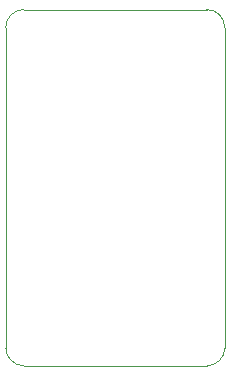
<source format=gbr>
%TF.GenerationSoftware,KiCad,Pcbnew,8.0.8*%
%TF.CreationDate,2025-03-27T14:33:37-07:00*%
%TF.ProjectId,pepper_stepper,70657070-6572-45f7-9374-65707065722e,rev?*%
%TF.SameCoordinates,Original*%
%TF.FileFunction,Profile,NP*%
%FSLAX46Y46*%
G04 Gerber Fmt 4.6, Leading zero omitted, Abs format (unit mm)*
G04 Created by KiCad (PCBNEW 8.0.8) date 2025-03-27 14:33:37*
%MOMM*%
%LPD*%
G01*
G04 APERTURE LIST*
%TA.AperFunction,Profile*%
%ADD10C,0.050000*%
%TD*%
G04 APERTURE END LIST*
D10*
X101473000Y-38415631D02*
X116967000Y-38415631D01*
X118496282Y-67050718D02*
X118491000Y-39939631D01*
X118496282Y-67050718D02*
G75*
G02*
X116967000Y-68579982I-1529282J18D01*
G01*
X99949000Y-67050718D02*
X99949000Y-39939631D01*
X99949000Y-39939631D02*
G75*
G02*
X101473000Y-38415600I1524000J31D01*
G01*
X101473000Y-68574718D02*
G75*
G02*
X99948982Y-67050718I0J1524018D01*
G01*
X116967000Y-68580000D02*
X101473000Y-68580000D01*
X116967000Y-38415631D02*
G75*
G02*
X118490969Y-39939631I0J-1523969D01*
G01*
M02*

</source>
